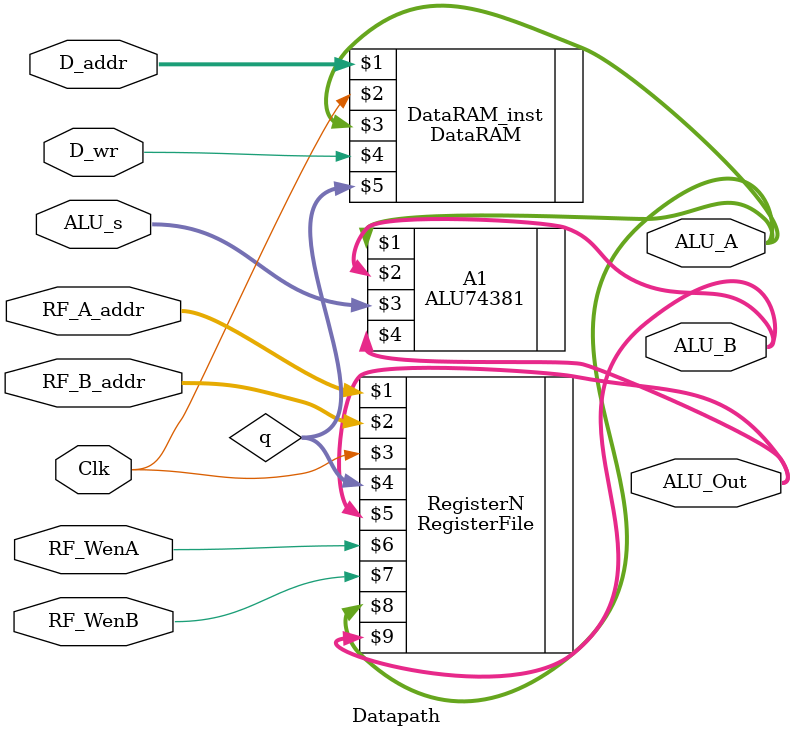
<source format=v>

module Datapath(ALU_s, Clk, D_addr, D_wr, RF_A_addr, RF_B_addr, RF_WenA, RF_WenB, ALU_A, ALU_B, ALU_Out);
	input [2:0] ALU_s;
	input Clk;
	input [7:0] D_addr;
	input D_wr;
	input [3:0] RF_A_addr, RF_B_addr;
	input RF_WenA, RF_WenB;

	
	wire [15:0] q;
	output [15:0]ALU_A;
	output [15:0]ALU_B;
	output [15:0]ALU_Out;
	
	//module DataRAM ( address, clock, data, wren, q);
	DataRAM DataRAM_inst(D_addr, Clk, ALU_A, D_wr, q);
	
	//module RegisterFile ( address_a, address_b, clock, data_a, data_b, wren_a, wren_b, q_a, q_b);
	RegisterFile RegisterN(RF_A_addr, RF_B_addr, Clk, q, ALU_Out, RF_WenA, RF_WenB, ALU_A, ALU_B);
	
	//module ALU74381( A, B, S, Q );
	ALU74381 A1(ALU_A, ALU_B, ALU_s, ALU_Out);
	
endmodule
</source>
